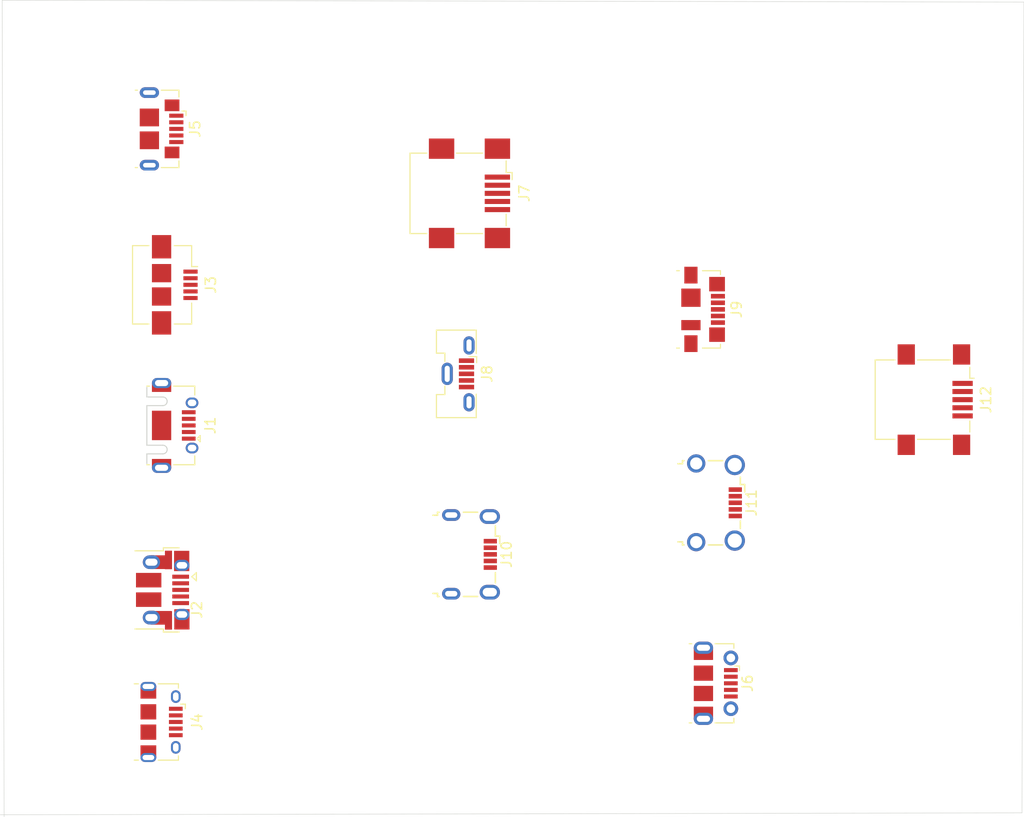
<source format=kicad_pcb>
(kicad_pcb (version 20171130) (host pcbnew 5.1.7-a382d34a8~87~ubuntu20.04.1)

  (general
    (thickness 1.6)
    (drawings 4)
    (tracks 0)
    (zones 0)
    (modules 12)
    (nets 61)
  )

  (page A4)
  (layers
    (0 F.Cu signal)
    (31 B.Cu signal)
    (32 B.Adhes user)
    (33 F.Adhes user)
    (34 B.Paste user)
    (35 F.Paste user)
    (36 B.SilkS user)
    (37 F.SilkS user)
    (38 B.Mask user)
    (39 F.Mask user)
    (40 Dwgs.User user)
    (41 Cmts.User user)
    (42 Eco1.User user)
    (43 Eco2.User user)
    (44 Edge.Cuts user)
    (45 Margin user)
    (46 B.CrtYd user)
    (47 F.CrtYd user)
    (48 B.Fab user)
    (49 F.Fab user)
  )

  (setup
    (last_trace_width 0.25)
    (trace_clearance 0.2)
    (zone_clearance 0.508)
    (zone_45_only no)
    (trace_min 0.2)
    (via_size 0.8)
    (via_drill 0.4)
    (via_min_size 0.4)
    (via_min_drill 0.3)
    (uvia_size 0.3)
    (uvia_drill 0.1)
    (uvias_allowed no)
    (uvia_min_size 0.2)
    (uvia_min_drill 0.1)
    (edge_width 0.05)
    (segment_width 0.2)
    (pcb_text_width 0.3)
    (pcb_text_size 1.5 1.5)
    (mod_edge_width 0.12)
    (mod_text_size 1 1)
    (mod_text_width 0.15)
    (pad_size 1.524 1.524)
    (pad_drill 0.762)
    (pad_to_mask_clearance 0)
    (aux_axis_origin 0 0)
    (visible_elements FFFFFF7F)
    (pcbplotparams
      (layerselection 0x010fc_ffffffff)
      (usegerberextensions false)
      (usegerberattributes true)
      (usegerberadvancedattributes true)
      (creategerberjobfile true)
      (excludeedgelayer true)
      (linewidth 0.100000)
      (plotframeref false)
      (viasonmask false)
      (mode 1)
      (useauxorigin false)
      (hpglpennumber 1)
      (hpglpenspeed 20)
      (hpglpendiameter 15.000000)
      (psnegative false)
      (psa4output false)
      (plotreference true)
      (plotvalue true)
      (plotinvisibletext false)
      (padsonsilk false)
      (subtractmaskfromsilk false)
      (outputformat 1)
      (mirror false)
      (drillshape 1)
      (scaleselection 1)
      (outputdirectory ""))
  )

  (net 0 "")
  (net 1 "Net-(J1-Pad2)")
  (net 2 "Net-(J1-Pad1)")
  (net 3 "Net-(J1-Pad3)")
  (net 4 "Net-(J1-Pad4)")
  (net 5 "Net-(J1-Pad5)")
  (net 6 "Net-(J2-Pad5)")
  (net 7 "Net-(J2-Pad4)")
  (net 8 "Net-(J2-Pad3)")
  (net 9 "Net-(J2-Pad2)")
  (net 10 "Net-(J2-Pad1)")
  (net 11 "Net-(J3-Pad1)")
  (net 12 "Net-(J3-Pad2)")
  (net 13 "Net-(J3-Pad3)")
  (net 14 "Net-(J3-Pad4)")
  (net 15 "Net-(J3-Pad5)")
  (net 16 "Net-(J4-Pad5)")
  (net 17 "Net-(J4-Pad4)")
  (net 18 "Net-(J4-Pad3)")
  (net 19 "Net-(J4-Pad2)")
  (net 20 "Net-(J4-Pad1)")
  (net 21 "Net-(J5-Pad3)")
  (net 22 "Net-(J5-Pad4)")
  (net 23 "Net-(J5-Pad5)")
  (net 24 "Net-(J5-Pad1)")
  (net 25 "Net-(J5-Pad2)")
  (net 26 "Net-(J6-Pad3)")
  (net 27 "Net-(J6-Pad4)")
  (net 28 "Net-(J6-Pad5)")
  (net 29 "Net-(J6-Pad1)")
  (net 30 "Net-(J6-Pad2)")
  (net 31 "Net-(J7-Pad5)")
  (net 32 "Net-(J7-Pad4)")
  (net 33 "Net-(J7-Pad3)")
  (net 34 "Net-(J7-Pad2)")
  (net 35 "Net-(J7-Pad1)")
  (net 36 "Net-(J8-Pad1)")
  (net 37 "Net-(J8-Pad5)")
  (net 38 "Net-(J8-Pad2)")
  (net 39 "Net-(J8-Pad4)")
  (net 40 "Net-(J8-Pad3)")
  (net 41 "Net-(J9-Pad5)")
  (net 42 "Net-(J9-Pad4)")
  (net 43 "Net-(J9-Pad3)")
  (net 44 "Net-(J9-Pad2)")
  (net 45 "Net-(J9-Pad1)")
  (net 46 "Net-(J10-Pad5)")
  (net 47 "Net-(J10-Pad4)")
  (net 48 "Net-(J10-Pad3)")
  (net 49 "Net-(J10-Pad2)")
  (net 50 "Net-(J10-Pad1)")
  (net 51 "Net-(J11-Pad5)")
  (net 52 "Net-(J11-Pad4)")
  (net 53 "Net-(J11-Pad3)")
  (net 54 "Net-(J11-Pad2)")
  (net 55 "Net-(J11-Pad1)")
  (net 56 "Net-(J12-Pad5)")
  (net 57 "Net-(J12-Pad4)")
  (net 58 "Net-(J12-Pad3)")
  (net 59 "Net-(J12-Pad2)")
  (net 60 "Net-(J12-Pad1)")

  (net_class Default "This is the default net class."
    (clearance 0.2)
    (trace_width 0.25)
    (via_dia 0.8)
    (via_drill 0.4)
    (uvia_dia 0.3)
    (uvia_drill 0.1)
    (add_net "Net-(J1-Pad1)")
    (add_net "Net-(J1-Pad2)")
    (add_net "Net-(J1-Pad3)")
    (add_net "Net-(J1-Pad4)")
    (add_net "Net-(J1-Pad5)")
    (add_net "Net-(J10-Pad1)")
    (add_net "Net-(J10-Pad2)")
    (add_net "Net-(J10-Pad3)")
    (add_net "Net-(J10-Pad4)")
    (add_net "Net-(J10-Pad5)")
    (add_net "Net-(J11-Pad1)")
    (add_net "Net-(J11-Pad2)")
    (add_net "Net-(J11-Pad3)")
    (add_net "Net-(J11-Pad4)")
    (add_net "Net-(J11-Pad5)")
    (add_net "Net-(J12-Pad1)")
    (add_net "Net-(J12-Pad2)")
    (add_net "Net-(J12-Pad3)")
    (add_net "Net-(J12-Pad4)")
    (add_net "Net-(J12-Pad5)")
    (add_net "Net-(J2-Pad1)")
    (add_net "Net-(J2-Pad2)")
    (add_net "Net-(J2-Pad3)")
    (add_net "Net-(J2-Pad4)")
    (add_net "Net-(J2-Pad5)")
    (add_net "Net-(J3-Pad1)")
    (add_net "Net-(J3-Pad2)")
    (add_net "Net-(J3-Pad3)")
    (add_net "Net-(J3-Pad4)")
    (add_net "Net-(J3-Pad5)")
    (add_net "Net-(J4-Pad1)")
    (add_net "Net-(J4-Pad2)")
    (add_net "Net-(J4-Pad3)")
    (add_net "Net-(J4-Pad4)")
    (add_net "Net-(J4-Pad5)")
    (add_net "Net-(J5-Pad1)")
    (add_net "Net-(J5-Pad2)")
    (add_net "Net-(J5-Pad3)")
    (add_net "Net-(J5-Pad4)")
    (add_net "Net-(J5-Pad5)")
    (add_net "Net-(J6-Pad1)")
    (add_net "Net-(J6-Pad2)")
    (add_net "Net-(J6-Pad3)")
    (add_net "Net-(J6-Pad4)")
    (add_net "Net-(J6-Pad5)")
    (add_net "Net-(J7-Pad1)")
    (add_net "Net-(J7-Pad2)")
    (add_net "Net-(J7-Pad3)")
    (add_net "Net-(J7-Pad4)")
    (add_net "Net-(J7-Pad5)")
    (add_net "Net-(J8-Pad1)")
    (add_net "Net-(J8-Pad2)")
    (add_net "Net-(J8-Pad3)")
    (add_net "Net-(J8-Pad4)")
    (add_net "Net-(J8-Pad5)")
    (add_net "Net-(J9-Pad1)")
    (add_net "Net-(J9-Pad2)")
    (add_net "Net-(J9-Pad3)")
    (add_net "Net-(J9-Pad4)")
    (add_net "Net-(J9-Pad5)")
  )

  (module Connector_USB:USB_Mini-B_Lumberg_2486_01_Horizontal (layer F.Cu) (tedit 5AC6B535) (tstamp 5F971E39)
    (at 111.76 149.07 270)
    (descr "USB Mini-B 5-pin SMD connector, http://downloads.lumberg.com/datenblaetter/en/2486_01.pdf")
    (tags "USB USB_B USB_Mini connector")
    (path /5F9809C2)
    (attr smd)
    (fp_text reference J12 (at 0 -5 90) (layer F.SilkS)
      (effects (font (size 1 1) (thickness 0.15)))
    )
    (fp_text value USB_B_sunrom (at 0 7.5 90) (layer F.Fab)
      (effects (font (size 1 1) (thickness 0.15)))
    )
    (fp_line (start -4.35 6.35) (end -4.35 4.2) (layer F.CrtYd) (width 0.05))
    (fp_line (start -4.35 4.2) (end -5.95 4.2) (layer F.CrtYd) (width 0.05))
    (fp_line (start -5.95 1.5) (end -5.95 4.2) (layer F.CrtYd) (width 0.05))
    (fp_line (start -4.35 1.5) (end -5.95 1.5) (layer F.CrtYd) (width 0.05))
    (fp_line (start -4.35 -1.25) (end -4.35 1.5) (layer F.CrtYd) (width 0.05))
    (fp_line (start -4.35 -1.25) (end -5.95 -1.25) (layer F.CrtYd) (width 0.05))
    (fp_line (start -5.95 -3.95) (end -5.95 -1.25) (layer F.CrtYd) (width 0.05))
    (fp_line (start -5.95 -3.95) (end -2.35 -3.95) (layer F.CrtYd) (width 0.05))
    (fp_line (start -2.35 -3.95) (end -2.35 -4.2) (layer F.CrtYd) (width 0.05))
    (fp_line (start 5.95 -3.95) (end 5.95 -1.25) (layer F.CrtYd) (width 0.05))
    (fp_line (start 4.35 -1.25) (end 5.95 -1.25) (layer F.CrtYd) (width 0.05))
    (fp_line (start 4.35 -1.25) (end 4.35 1.5) (layer F.CrtYd) (width 0.05))
    (fp_line (start -1.95 -3.35) (end -1.6 -2.85) (layer F.Fab) (width 0.1))
    (fp_line (start 5.95 1.5) (end 5.95 4.2) (layer F.CrtYd) (width 0.05))
    (fp_line (start 5.95 -3.95) (end 2.35 -3.95) (layer F.CrtYd) (width 0.05))
    (fp_line (start -4.35 6.35) (end 4.35 6.35) (layer F.CrtYd) (width 0.05))
    (fp_line (start -3.85 -3.35) (end 3.85 -3.35) (layer F.Fab) (width 0.1))
    (fp_line (start -3.85 -3.35) (end -3.85 5.85) (layer F.Fab) (width 0.1))
    (fp_line (start -3.85 5.85) (end 3.85 5.85) (layer F.Fab) (width 0.1))
    (fp_line (start 3.85 5.85) (end 3.85 -3.35) (layer F.Fab) (width 0.1))
    (fp_line (start -3.91 5.91) (end -3.91 3.96) (layer F.SilkS) (width 0.12))
    (fp_line (start -3.91 1.74) (end -3.91 -1.49) (layer F.SilkS) (width 0.12))
    (fp_line (start -3.19 -3.41) (end -2.11 -3.41) (layer F.SilkS) (width 0.12))
    (fp_line (start 2.11 -3.41) (end 3.19 -3.41) (layer F.SilkS) (width 0.12))
    (fp_line (start 3.91 1.74) (end 3.91 -1.49) (layer F.SilkS) (width 0.12))
    (fp_line (start 3.91 5.91) (end 3.91 3.96) (layer F.SilkS) (width 0.12))
    (fp_line (start -2.11 -3.41) (end -2.11 -3.84) (layer F.SilkS) (width 0.12))
    (fp_line (start -1.6 -2.85) (end -1.25 -3.35) (layer F.Fab) (width 0.1))
    (fp_line (start 3.91 5.91) (end -3.91 5.91) (layer F.SilkS) (width 0.12))
    (fp_line (start 4.35 6.35) (end 4.35 4.2) (layer F.CrtYd) (width 0.05))
    (fp_line (start 4.35 4.2) (end 5.95 4.2) (layer F.CrtYd) (width 0.05))
    (fp_line (start 4.35 1.5) (end 5.95 1.5) (layer F.CrtYd) (width 0.05))
    (fp_line (start 2.35 -3.95) (end 2.35 -4.2) (layer F.CrtYd) (width 0.05))
    (fp_line (start 2.35 -4.2) (end -2.35 -4.2) (layer F.CrtYd) (width 0.05))
    (fp_text user %R (at 0 1.6 270) (layer F.Fab)
      (effects (font (size 1 1) (thickness 0.15)))
    )
    (pad "" np_thru_hole circle (at 2.2 0 270) (size 1 1) (drill 1) (layers *.Cu *.Mask))
    (pad "" np_thru_hole circle (at -2.2 0 270) (size 1 1) (drill 1) (layers *.Cu *.Mask))
    (pad 6 smd rect (at 4.45 2.85 270) (size 2 1.7) (layers F.Cu F.Paste F.Mask))
    (pad 6 smd rect (at 4.45 -2.6 270) (size 2 1.7) (layers F.Cu F.Paste F.Mask))
    (pad 6 smd rect (at -4.45 2.85 270) (size 2 1.7) (layers F.Cu F.Paste F.Mask))
    (pad 6 smd rect (at -4.45 -2.6 270) (size 2 1.7) (layers F.Cu F.Paste F.Mask))
    (pad 5 smd rect (at 1.6 -2.7 270) (size 0.5 2) (layers F.Cu F.Paste F.Mask)
      (net 56 "Net-(J12-Pad5)"))
    (pad 4 smd rect (at 0.8 -2.7 270) (size 0.5 2) (layers F.Cu F.Paste F.Mask)
      (net 57 "Net-(J12-Pad4)"))
    (pad 3 smd rect (at 0 -2.7 270) (size 0.5 2) (layers F.Cu F.Paste F.Mask)
      (net 58 "Net-(J12-Pad3)"))
    (pad 2 smd rect (at -0.8 -2.7 270) (size 0.5 2) (layers F.Cu F.Paste F.Mask)
      (net 59 "Net-(J12-Pad2)"))
    (pad 1 smd rect (at -1.6 -2.7 270) (size 0.5 2) (layers F.Cu F.Paste F.Mask)
      (net 60 "Net-(J12-Pad1)"))
    (model ${KISYS3DMOD}/Connector_USB.3dshapes/USB_Mini-B_Lumberg_2486_01_Horizontal.wrl
      (at (xyz 0 0 0))
      (scale (xyz 1 1 1))
      (rotate (xyz 0 0 0))
    )
  )

  (module Connector_USB:USB_Micro-B_Wuerth_629105150521_CircularHoles (layer F.Cu) (tedit 5A142044) (tstamp 5F971E07)
    (at 90.17 159.23 270)
    (descr "USB Micro-B receptacle, http://www.mouser.com/ds/2/445/629105150521-469306.pdf")
    (tags "usb micro receptacle")
    (path /5F97EC87)
    (attr smd)
    (fp_text reference J11 (at 0 -3.5 90) (layer F.SilkS)
      (effects (font (size 1 1) (thickness 0.15)))
    )
    (fp_text value USB_B_sunrom (at 0 5.6 90) (layer F.Fab)
      (effects (font (size 1 1) (thickness 0.15)))
    )
    (fp_line (start 5.28 -3.34) (end -5.27 -3.34) (layer F.CrtYd) (width 0.05))
    (fp_line (start 5.28 4.85) (end 5.28 -3.34) (layer F.CrtYd) (width 0.05))
    (fp_line (start -5.27 4.85) (end 5.28 4.85) (layer F.CrtYd) (width 0.05))
    (fp_line (start -5.27 -3.34) (end -5.27 4.85) (layer F.CrtYd) (width 0.05))
    (fp_line (start 1.8 -2.4) (end 2.525 -2.4) (layer F.SilkS) (width 0.15))
    (fp_line (start -1.8 -2.4) (end -2.525 -2.4) (layer F.SilkS) (width 0.15))
    (fp_line (start -1.8 -2.825) (end -1.8 -2.4) (layer F.SilkS) (width 0.15))
    (fp_line (start -1.075 -2.825) (end -1.8 -2.825) (layer F.SilkS) (width 0.15))
    (fp_line (start 4.15 0.75) (end 4.15 -0.65) (layer F.SilkS) (width 0.15))
    (fp_line (start 4.15 3.3) (end 4.15 3.15) (layer F.SilkS) (width 0.15))
    (fp_line (start 3.85 3.3) (end 4.15 3.3) (layer F.SilkS) (width 0.15))
    (fp_line (start 3.85 3.75) (end 3.85 3.3) (layer F.SilkS) (width 0.15))
    (fp_line (start -3.85 3.3) (end -3.85 3.75) (layer F.SilkS) (width 0.15))
    (fp_line (start -4.15 3.3) (end -3.85 3.3) (layer F.SilkS) (width 0.15))
    (fp_line (start -4.15 3.15) (end -4.15 3.3) (layer F.SilkS) (width 0.15))
    (fp_line (start -4.15 -0.65) (end -4.15 0.75) (layer F.SilkS) (width 0.15))
    (fp_line (start -1.075 -2.95) (end -1.075 -2.725) (layer F.Fab) (width 0.15))
    (fp_line (start -1.525 -2.95) (end -1.075 -2.95) (layer F.Fab) (width 0.15))
    (fp_line (start -1.525 -2.725) (end -1.525 -2.95) (layer F.Fab) (width 0.15))
    (fp_line (start -1.3 -2.55) (end -1.525 -2.725) (layer F.Fab) (width 0.15))
    (fp_line (start -1.075 -2.725) (end -1.3 -2.55) (layer F.Fab) (width 0.15))
    (fp_line (start -2.7 3.75) (end 2.7 3.75) (layer F.Fab) (width 0.15))
    (fp_line (start 4 -2.25) (end -4 -2.25) (layer F.Fab) (width 0.15))
    (fp_line (start 4 3.15) (end 4 -2.25) (layer F.Fab) (width 0.15))
    (fp_line (start 3.7 3.15) (end 4 3.15) (layer F.Fab) (width 0.15))
    (fp_line (start 3.7 4.35) (end 3.7 3.15) (layer F.Fab) (width 0.15))
    (fp_line (start -3.7 4.35) (end 3.7 4.35) (layer F.Fab) (width 0.15))
    (fp_line (start -3.7 3.15) (end -3.7 4.35) (layer F.Fab) (width 0.15))
    (fp_line (start -4 3.15) (end -3.7 3.15) (layer F.Fab) (width 0.15))
    (fp_line (start -4 -2.25) (end -4 3.15) (layer F.Fab) (width 0.15))
    (fp_text user "PCB Edge" (at 0 3.75 90) (layer Dwgs.User)
      (effects (font (size 0.5 0.5) (thickness 0.08)))
    )
    (fp_text user %R (at 0 1.05 90) (layer F.Fab)
      (effects (font (size 1 1) (thickness 0.15)))
    )
    (pad "" np_thru_hole circle (at 2.5 -0.8 270) (size 0.8 0.8) (drill 0.8) (layers *.Cu *.Mask))
    (pad "" np_thru_hole circle (at -2.5 -0.8 270) (size 0.8 0.8) (drill 0.8) (layers *.Cu *.Mask))
    (pad 6 thru_hole circle (at 3.875 1.95 270) (size 1.8 1.8) (drill 1.2) (layers *.Cu *.Mask))
    (pad 6 thru_hole circle (at -3.875 1.95 270) (size 1.8 1.8) (drill 1.2) (layers *.Cu *.Mask))
    (pad 6 thru_hole circle (at 3.725 -1.85 270) (size 2 2) (drill 1.4) (layers *.Cu *.Mask))
    (pad 6 thru_hole circle (at -3.725 -1.85 270) (size 2 2) (drill 1.4) (layers *.Cu *.Mask))
    (pad 5 smd rect (at 1.3 -1.9 270) (size 0.45 1.3) (layers F.Cu F.Paste F.Mask)
      (net 51 "Net-(J11-Pad5)"))
    (pad 4 smd rect (at 0.65 -1.9 270) (size 0.45 1.3) (layers F.Cu F.Paste F.Mask)
      (net 52 "Net-(J11-Pad4)"))
    (pad 3 smd rect (at 0 -1.9 270) (size 0.45 1.3) (layers F.Cu F.Paste F.Mask)
      (net 53 "Net-(J11-Pad3)"))
    (pad 2 smd rect (at -0.65 -1.9 270) (size 0.45 1.3) (layers F.Cu F.Paste F.Mask)
      (net 54 "Net-(J11-Pad2)"))
    (pad 1 smd rect (at -1.3 -1.9 270) (size 0.45 1.3) (layers F.Cu F.Paste F.Mask)
      (net 55 "Net-(J11-Pad1)"))
    (model ${KISYS3DMOD}/Connector_USB.3dshapes/USB_Micro-B_Wuerth_629105150521_CircularHoles.wrl
      (at (xyz 0 0 0))
      (scale (xyz 1 1 1))
      (rotate (xyz 0 0 0))
    )
  )

  (module Connector_USB:USB_Micro-B_Wuerth_629105150521 (layer F.Cu) (tedit 5A142044) (tstamp 5F971DD8)
    (at 66.04 164.31 270)
    (descr "USB Micro-B receptacle, http://www.mouser.com/ds/2/445/629105150521-469306.pdf")
    (tags "usb micro receptacle")
    (path /5F97DDEA)
    (attr smd)
    (fp_text reference J10 (at 0 -3.5 90) (layer F.SilkS)
      (effects (font (size 1 1) (thickness 0.15)))
    )
    (fp_text value USB_B_sunrom (at 0 5.6 90) (layer F.Fab)
      (effects (font (size 1 1) (thickness 0.15)))
    )
    (fp_line (start 4.95 -3.34) (end -4.94 -3.34) (layer F.CrtYd) (width 0.05))
    (fp_line (start 4.95 4.85) (end 4.95 -3.34) (layer F.CrtYd) (width 0.05))
    (fp_line (start -4.94 4.85) (end 4.95 4.85) (layer F.CrtYd) (width 0.05))
    (fp_line (start -4.94 -3.34) (end -4.94 4.85) (layer F.CrtYd) (width 0.05))
    (fp_line (start 1.8 -2.4) (end 2.8 -2.4) (layer F.SilkS) (width 0.15))
    (fp_line (start -1.8 -2.4) (end -2.8 -2.4) (layer F.SilkS) (width 0.15))
    (fp_line (start -1.8 -2.825) (end -1.8 -2.4) (layer F.SilkS) (width 0.15))
    (fp_line (start -1.075 -2.825) (end -1.8 -2.825) (layer F.SilkS) (width 0.15))
    (fp_line (start 4.15 0.75) (end 4.15 -0.65) (layer F.SilkS) (width 0.15))
    (fp_line (start 4.15 3.3) (end 4.15 3.15) (layer F.SilkS) (width 0.15))
    (fp_line (start 3.85 3.3) (end 4.15 3.3) (layer F.SilkS) (width 0.15))
    (fp_line (start 3.85 3.75) (end 3.85 3.3) (layer F.SilkS) (width 0.15))
    (fp_line (start -3.85 3.3) (end -3.85 3.75) (layer F.SilkS) (width 0.15))
    (fp_line (start -4.15 3.3) (end -3.85 3.3) (layer F.SilkS) (width 0.15))
    (fp_line (start -4.15 3.15) (end -4.15 3.3) (layer F.SilkS) (width 0.15))
    (fp_line (start -4.15 -0.65) (end -4.15 0.75) (layer F.SilkS) (width 0.15))
    (fp_line (start -1.075 -2.95) (end -1.075 -2.725) (layer F.Fab) (width 0.15))
    (fp_line (start -1.525 -2.95) (end -1.075 -2.95) (layer F.Fab) (width 0.15))
    (fp_line (start -1.525 -2.725) (end -1.525 -2.95) (layer F.Fab) (width 0.15))
    (fp_line (start -1.3 -2.55) (end -1.525 -2.725) (layer F.Fab) (width 0.15))
    (fp_line (start -1.075 -2.725) (end -1.3 -2.55) (layer F.Fab) (width 0.15))
    (fp_line (start -2.7 3.75) (end 2.7 3.75) (layer F.Fab) (width 0.15))
    (fp_line (start 4 -2.25) (end -4 -2.25) (layer F.Fab) (width 0.15))
    (fp_line (start 4 3.15) (end 4 -2.25) (layer F.Fab) (width 0.15))
    (fp_line (start 3.7 3.15) (end 4 3.15) (layer F.Fab) (width 0.15))
    (fp_line (start 3.7 4.35) (end 3.7 3.15) (layer F.Fab) (width 0.15))
    (fp_line (start -3.7 4.35) (end 3.7 4.35) (layer F.Fab) (width 0.15))
    (fp_line (start -3.7 3.15) (end -3.7 4.35) (layer F.Fab) (width 0.15))
    (fp_line (start -4 3.15) (end -3.7 3.15) (layer F.Fab) (width 0.15))
    (fp_line (start -4 -2.25) (end -4 3.15) (layer F.Fab) (width 0.15))
    (fp_text user "PCB Edge" (at 0 3.75 90) (layer Dwgs.User)
      (effects (font (size 0.5 0.5) (thickness 0.08)))
    )
    (fp_text user %R (at 0 1.05 90) (layer F.Fab)
      (effects (font (size 1 1) (thickness 0.15)))
    )
    (pad "" np_thru_hole oval (at 2.5 -0.8 270) (size 0.8 0.8) (drill 0.8) (layers *.Cu *.Mask))
    (pad "" np_thru_hole oval (at -2.5 -0.8 270) (size 0.8 0.8) (drill 0.8) (layers *.Cu *.Mask))
    (pad 6 thru_hole oval (at 3.875 1.95 270) (size 1.15 1.8) (drill oval 0.55 1.2) (layers *.Cu *.Mask))
    (pad 6 thru_hole oval (at -3.875 1.95 270) (size 1.15 1.8) (drill oval 0.55 1.2) (layers *.Cu *.Mask))
    (pad 6 thru_hole oval (at 3.725 -1.85 270) (size 1.45 2) (drill oval 0.85 1.4) (layers *.Cu *.Mask))
    (pad 6 thru_hole oval (at -3.725 -1.85 270) (size 1.45 2) (drill oval 0.85 1.4) (layers *.Cu *.Mask))
    (pad 5 smd rect (at 1.3 -1.9 270) (size 0.45 1.3) (layers F.Cu F.Paste F.Mask)
      (net 46 "Net-(J10-Pad5)"))
    (pad 4 smd rect (at 0.65 -1.9 270) (size 0.45 1.3) (layers F.Cu F.Paste F.Mask)
      (net 47 "Net-(J10-Pad4)"))
    (pad 3 smd rect (at 0 -1.9 270) (size 0.45 1.3) (layers F.Cu F.Paste F.Mask)
      (net 48 "Net-(J10-Pad3)"))
    (pad 2 smd rect (at -0.65 -1.9 270) (size 0.45 1.3) (layers F.Cu F.Paste F.Mask)
      (net 49 "Net-(J10-Pad2)"))
    (pad 1 smd rect (at -1.3 -1.9 270) (size 0.45 1.3) (layers F.Cu F.Paste F.Mask)
      (net 50 "Net-(J10-Pad1)"))
    (model ${KISYS3DMOD}/Connector_USB.3dshapes/USB_Micro-B_Wuerth_629105150521.wrl
      (at (xyz 0 0 0))
      (scale (xyz 1 1 1))
      (rotate (xyz 0 0 0))
    )
  )

  (module Connector_USB:USB_Micro-B_Molex_47346-0001 (layer F.Cu) (tedit 5D8620A7) (tstamp 5F971DA9)
    (at 88.9 140.18 270)
    (descr "Micro USB B receptable with flange, bottom-mount, SMD, right-angle (http://www.molex.com/pdm_docs/sd/473460001_sd.pdf)")
    (tags "Micro B USB SMD")
    (path /5F979096)
    (attr smd)
    (fp_text reference J9 (at 0 -3.3 270) (layer F.SilkS)
      (effects (font (size 1 1) (thickness 0.15)))
    )
    (fp_text value USB_B_sunrom (at 0 4.6 270) (layer F.Fab)
      (effects (font (size 1 1) (thickness 0.15)))
    )
    (fp_line (start 3.81 -1.71) (end 3.43 -1.71) (layer F.SilkS) (width 0.12))
    (fp_line (start 4.7 3.85) (end -4.7 3.85) (layer F.CrtYd) (width 0.05))
    (fp_line (start 4.7 -2.65) (end 4.7 3.85) (layer F.CrtYd) (width 0.05))
    (fp_line (start -4.7 -2.65) (end 4.7 -2.65) (layer F.CrtYd) (width 0.05))
    (fp_line (start -4.7 3.85) (end -4.7 -2.65) (layer F.CrtYd) (width 0.05))
    (fp_line (start 3.75 3.35) (end -3.75 3.35) (layer F.Fab) (width 0.1))
    (fp_line (start 3.75 -1.65) (end 3.75 3.35) (layer F.Fab) (width 0.1))
    (fp_line (start -3.75 -1.65) (end 3.75 -1.65) (layer F.Fab) (width 0.1))
    (fp_line (start -3.75 3.35) (end -3.75 -1.65) (layer F.Fab) (width 0.1))
    (fp_line (start 3.81 2.34) (end 3.81 2.6) (layer F.SilkS) (width 0.12))
    (fp_line (start 3.81 -1.71) (end 3.81 0.06) (layer F.SilkS) (width 0.12))
    (fp_line (start -3.81 -1.71) (end -3.43 -1.71) (layer F.SilkS) (width 0.12))
    (fp_line (start -3.81 0.06) (end -3.81 -1.71) (layer F.SilkS) (width 0.12))
    (fp_line (start -3.81 2.6) (end -3.81 2.34) (layer F.SilkS) (width 0.12))
    (fp_line (start -3.25 2.65) (end 3.25 2.65) (layer F.Fab) (width 0.1))
    (fp_text user "PCB Edge" (at 0 2.67 270) (layer Dwgs.User)
      (effects (font (size 0.4 0.4) (thickness 0.04)))
    )
    (fp_text user %R (at 0 1.2 90) (layer F.Fab)
      (effects (font (size 1 1) (thickness 0.15)))
    )
    (pad 1 smd rect (at -1.3 -1.46 270) (size 0.45 1.38) (layers F.Cu F.Paste F.Mask)
      (net 45 "Net-(J9-Pad1)"))
    (pad 2 smd rect (at -0.65 -1.46 270) (size 0.45 1.38) (layers F.Cu F.Paste F.Mask)
      (net 44 "Net-(J9-Pad2)"))
    (pad 3 smd rect (at 0 -1.46 270) (size 0.45 1.38) (layers F.Cu F.Paste F.Mask)
      (net 43 "Net-(J9-Pad3)"))
    (pad 4 smd rect (at 0.65 -1.46 270) (size 0.45 1.38) (layers F.Cu F.Paste F.Mask)
      (net 42 "Net-(J9-Pad4)"))
    (pad 5 smd rect (at 1.3 -1.46 270) (size 0.45 1.38) (layers F.Cu F.Paste F.Mask)
      (net 41 "Net-(J9-Pad5)"))
    (pad 6 smd rect (at -2.4875 -1.375 270) (size 1.425 1.55) (layers F.Cu F.Paste F.Mask))
    (pad 6 smd rect (at 2.4875 -1.375 270) (size 1.425 1.55) (layers F.Cu F.Paste F.Mask))
    (pad 6 smd rect (at -3.375 1.2 270) (size 1.65 1.3) (layers F.Cu F.Paste F.Mask))
    (pad 6 smd rect (at 3.375 1.2 270) (size 1.65 1.3) (layers F.Cu F.Paste F.Mask))
    (pad 6 smd rect (at -1.15 1.2 270) (size 1.8 1.9) (layers F.Cu F.Paste F.Mask))
    (pad 6 smd rect (at 1.55 1.2 270) (size 1 1.9) (layers F.Cu F.Paste F.Mask))
    (model ${KISYS3DMOD}/Connector_USB.3dshapes/USB_Micro-B_Molex_47346-0001.wrl
      (at (xyz 0 0 0))
      (scale (xyz 1 1 1))
      (rotate (xyz 0 0 0))
    )
  )

  (module Connector_USB:USB_Micro-B_Molex-105133-0031 (layer F.Cu) (tedit 5C192CA7) (tstamp 5F971D89)
    (at 64.77 146.53 270)
    (descr "Molex Vertical Micro USB Typ-B (http://www.molex.com/pdm_docs/sd/1051330031_sd.pdf)")
    (tags "Micro-USB SMD Typ-B Vertical")
    (path /5F977A93)
    (attr smd)
    (fp_text reference J8 (at 0 -2.85 90) (layer F.SilkS)
      (effects (font (size 1 1) (thickness 0.15)))
    )
    (fp_text value USB_B_sunrom (at 0 3.35 90) (layer F.Fab)
      (effects (font (size 1 1) (thickness 0.15)))
    )
    (fp_line (start 2.04 1.305) (end 1.21 1.305) (layer F.SilkS) (width 0.12))
    (fp_line (start -2.04 1.305) (end -1.21 1.305) (layer F.SilkS) (width 0.12))
    (fp_line (start -2.04 1.305) (end -2.04 2.135) (layer F.SilkS) (width 0.12))
    (fp_line (start 2.04 1.305) (end 2.04 2.135) (layer F.SilkS) (width 0.12))
    (fp_line (start -3.43 -1.225) (end -3.43 -1.725) (layer F.Fab) (width 0.1))
    (fp_line (start 3.43 -1.725) (end 3.43 -1.225) (layer F.Fab) (width 0.1))
    (fp_line (start 3.43 -1.225) (end -1.075 -1.225) (layer F.Fab) (width 0.1))
    (fp_line (start -1.525 -1.225) (end -3.43 -1.225) (layer F.Fab) (width 0.1))
    (fp_line (start -4.25 2.075) (end -2.1 2.075) (layer F.Fab) (width 0.1))
    (fp_line (start 2.1 1.245) (end 2.1 2.075) (layer F.Fab) (width 0.1))
    (fp_line (start -2.1 1.245) (end 2.1 1.245) (layer F.Fab) (width 0.1))
    (fp_line (start -2.1 2.075) (end -2.1 1.245) (layer F.Fab) (width 0.1))
    (fp_line (start -3.43 -1.725) (end -4.25 -1.725) (layer F.Fab) (width 0.1))
    (fp_line (start -1.3 -1) (end -1.075 -1.225) (layer F.Fab) (width 0.1))
    (fp_line (start -1.525 -1.225) (end -1.3 -1) (layer F.Fab) (width 0.1))
    (fp_line (start 4.81 2.64) (end 4.81 -2.29) (layer F.CrtYd) (width 0.05))
    (fp_line (start -4.81 2.64) (end 4.81 2.64) (layer F.CrtYd) (width 0.05))
    (fp_line (start -4.81 -2.29) (end 4.81 -2.29) (layer F.CrtYd) (width 0.05))
    (fp_line (start -4.81 2.64) (end -4.81 -2.29) (layer F.CrtYd) (width 0.05))
    (fp_line (start 2 -1.785) (end 4.31 -1.785) (layer F.SilkS) (width 0.12))
    (fp_line (start 4.31 2.135) (end 2.04 2.135) (layer F.SilkS) (width 0.12))
    (fp_line (start -4.31 -1.785) (end -4.31 2.135) (layer F.SilkS) (width 0.12))
    (fp_line (start -4.31 2.135) (end -2.04 2.135) (layer F.SilkS) (width 0.12))
    (fp_line (start 4.31 -1.785) (end 4.31 2.135) (layer F.SilkS) (width 0.12))
    (fp_line (start -2 -1.785) (end -4.31 -1.785) (layer F.SilkS) (width 0.12))
    (fp_line (start -1.7 -1.825) (end -1.1 -1.825) (layer F.SilkS) (width 0.12))
    (fp_line (start -1.7 -1.075) (end -1.7 -1.825) (layer F.SilkS) (width 0.12))
    (fp_line (start 4.25 -1.725) (end 3.43 -1.725) (layer F.Fab) (width 0.1))
    (fp_line (start 2.1 2.075) (end 4.25 2.075) (layer F.Fab) (width 0.1))
    (fp_line (start 4.25 2.075) (end 4.25 -1.725) (layer F.Fab) (width 0.1))
    (fp_line (start -4.25 -1.725) (end -4.25 2.075) (layer F.Fab) (width 0.1))
    (fp_text user %R (at 0 -0.375 90) (layer F.Fab)
      (effects (font (size 1 1) (thickness 0.15)))
    )
    (pad 6 thru_hole oval (at 0 1.075 270) (size 2.2 1.1) (drill oval 1.6 0.5) (layers *.Cu *.Mask))
    (pad 6 thru_hole oval (at 2.8 -1.075 270) (size 1.8 1.1) (drill oval 1.2 0.5) (layers *.Cu *.Mask))
    (pad 6 thru_hole oval (at -2.8 -1.075 270) (size 1.8 1.1) (drill oval 1.2 0.5) (layers *.Cu *.Mask))
    (pad 1 smd rect (at -1.3 -0.825 270) (size 0.45 1.5) (layers F.Cu F.Paste F.Mask)
      (net 36 "Net-(J8-Pad1)"))
    (pad 5 smd rect (at 1.3 -0.825 270) (size 0.45 1.5) (layers F.Cu F.Paste F.Mask)
      (net 37 "Net-(J8-Pad5)"))
    (pad 2 smd rect (at -0.65 -0.825 270) (size 0.45 1.5) (layers F.Cu F.Paste F.Mask)
      (net 38 "Net-(J8-Pad2)"))
    (pad 4 smd rect (at 0.65 -0.825 270) (size 0.45 1.5) (layers F.Cu F.Paste F.Mask)
      (net 39 "Net-(J8-Pad4)"))
    (pad 3 smd rect (at 0 -0.825 270) (size 0.45 1.5) (layers F.Cu F.Paste F.Mask)
      (net 40 "Net-(J8-Pad3)"))
    (model ${KISYS3DMOD}/Connector_USB.3dshapes/USB_Micro-B_Molex-105133-0031.wrl
      (at (xyz 0 0 0))
      (scale (xyz 1 1 1))
      (rotate (xyz 0 0 0))
    )
  )

  (module Connector_USB:USB_Mini-B_Wuerth_65100516121_Horizontal (layer F.Cu) (tedit 5D90ED94) (tstamp 5F971D5D)
    (at 66.04 128.75 270)
    (descr "Mini USB 2.0 Type B SMT Horizontal 5 Contacts (https://katalog.we-online.de/em/datasheet/65100516121.pdf)")
    (tags "Mini USB 2.0 Type B")
    (path /5F9762D5)
    (attr smd)
    (fp_text reference J7 (at 0 -5.25 90) (layer F.SilkS)
      (effects (font (size 1 1) (thickness 0.15)))
    )
    (fp_text value USB_B_sunrom (at 0 7.35 90) (layer F.Fab)
      (effects (font (size 1 1) (thickness 0.15)))
    )
    (fp_line (start -5.89 4.65) (end -5.9 1.15) (layer F.CrtYd) (width 0.05))
    (fp_line (start -4.35 -0.85) (end -5.9 -0.85) (layer F.CrtYd) (width 0.05))
    (fp_line (start -5.9 1.15) (end -4.35 1.15) (layer F.CrtYd) (width 0.05))
    (fp_line (start -4.35 4.65) (end -5.89 4.65) (layer F.CrtYd) (width 0.05))
    (fp_line (start 5.9 1.15) (end 5.9 4.65) (layer F.CrtYd) (width 0.05))
    (fp_line (start 5.9 -0.85) (end 4.35 -0.85) (layer F.CrtYd) (width 0.05))
    (fp_line (start 4.35 1.15) (end 5.9 1.15) (layer F.CrtYd) (width 0.05))
    (fp_line (start 5.9 4.65) (end 4.35 4.65) (layer F.CrtYd) (width 0.05))
    (fp_line (start 4.35 -0.85) (end 4.35 1.15) (layer F.CrtYd) (width 0.05))
    (fp_line (start -4.35 1.15) (end -4.35 -0.85) (layer F.CrtYd) (width 0.05))
    (fp_line (start 4.35 4.65) (end 4.35 6.4) (layer F.CrtYd) (width 0.05))
    (fp_line (start -4.35 6.4) (end -4.35 4.65) (layer F.CrtYd) (width 0.05))
    (fp_line (start -1.3 -3.35) (end 3.85 -3.35) (layer F.Fab) (width 0.1))
    (fp_line (start -1.6 -2.85) (end -1.3 -3.35) (layer F.Fab) (width 0.1))
    (fp_line (start -1.9 -3.35) (end -1.6 -2.85) (layer F.Fab) (width 0.1))
    (fp_line (start 4.35 6.4) (end -4.35 6.4) (layer F.CrtYd) (width 0.05))
    (fp_line (start 5.9 -4.35) (end 5.9 -0.85) (layer F.CrtYd) (width 0.05))
    (fp_line (start -5.9 -4.35) (end 5.9 -4.35) (layer F.CrtYd) (width 0.05))
    (fp_line (start -5.9 -0.85) (end -5.9 -4.35) (layer F.CrtYd) (width 0.05))
    (fp_line (start 3.96 6.01) (end 3.96 4.35) (layer F.SilkS) (width 0.12))
    (fp_line (start -3.96 6.01) (end 3.96 6.01) (layer F.SilkS) (width 0.12))
    (fp_line (start -3.96 4.35) (end -3.96 6.01) (layer F.SilkS) (width 0.12))
    (fp_line (start 2.05 -3.46) (end 3.2 -3.46) (layer F.SilkS) (width 0.12))
    (fp_line (start -2.05 -4.05) (end -1.35 -4.05) (layer F.SilkS) (width 0.12))
    (fp_line (start -2.05 -3.46) (end -2.05 -4.05) (layer F.SilkS) (width 0.12))
    (fp_line (start -3.2 -3.46) (end -2.05 -3.46) (layer F.SilkS) (width 0.12))
    (fp_line (start 3.96 -1.15) (end 3.96 1.45) (layer F.SilkS) (width 0.12))
    (fp_line (start -3.96 1.45) (end -3.96 -1.15) (layer F.SilkS) (width 0.12))
    (fp_line (start -3.85 5.9) (end -3.85 -3.35) (layer F.Fab) (width 0.1))
    (fp_line (start 3.85 5.9) (end -3.85 5.9) (layer F.Fab) (width 0.1))
    (fp_line (start 3.85 -3.35) (end 3.85 5.9) (layer F.Fab) (width 0.1))
    (fp_line (start -3.85 -3.35) (end -1.9 -3.35) (layer F.Fab) (width 0.1))
    (fp_text user %R (at 0 0 90) (layer F.Fab)
      (effects (font (size 1 1) (thickness 0.15)))
    )
    (pad "" np_thru_hole circle (at 2.2 0 270) (size 0.9 0.9) (drill 0.9) (layers *.Cu *.Mask))
    (pad "" np_thru_hole circle (at -2.2 0 270) (size 0.9 0.9) (drill 0.9) (layers *.Cu *.Mask))
    (pad 5 smd rect (at 1.6 -2.6 270) (size 0.5 2.5) (layers F.Cu F.Paste F.Mask)
      (net 31 "Net-(J7-Pad5)"))
    (pad 4 smd rect (at 0.8 -2.6 270) (size 0.5 2.5) (layers F.Cu F.Paste F.Mask)
      (net 32 "Net-(J7-Pad4)"))
    (pad 3 smd rect (at 0 -2.6 270) (size 0.5 2.5) (layers F.Cu F.Paste F.Mask)
      (net 33 "Net-(J7-Pad3)"))
    (pad 2 smd rect (at -0.8 -2.6 270) (size 0.5 2.5) (layers F.Cu F.Paste F.Mask)
      (net 34 "Net-(J7-Pad2)"))
    (pad 1 smd rect (at -1.6 -2.6 270) (size 0.5 2.5) (layers F.Cu F.Paste F.Mask)
      (net 35 "Net-(J7-Pad1)"))
    (pad 6 smd rect (at 4.4 -2.6 270) (size 2 2.5) (layers F.Cu F.Paste F.Mask))
    (pad 6 smd rect (at -4.4 -2.6 270) (size 2 2.5) (layers F.Cu F.Paste F.Mask))
    (pad 6 smd rect (at 4.4 2.9 270) (size 2 2.5) (layers F.Cu F.Paste F.Mask))
    (pad 6 smd rect (at -4.4 2.9 270) (size 2 2.5) (layers F.Cu F.Paste F.Mask))
    (model ${KISYS3DMOD}/Connector_USB.3dshapes/USB_Mini-B_Wuerth_65100516121_Horizontal.wrl
      (at (xyz 0 0 0))
      (scale (xyz 1 1 1))
      (rotate (xyz 0 0 0))
    )
  )

  (module Connector_USB:USB_Micro-B_Molex-105017-0001 (layer F.Cu) (tedit 5A1DC0BE) (tstamp 5F971D2D)
    (at 90.17 177.01 270)
    (descr http://www.molex.com/pdm_docs/sd/1050170001_sd.pdf)
    (tags "Micro-USB SMD Typ-B")
    (path /5F9759A5)
    (attr smd)
    (fp_text reference J6 (at 0 -3.1125 90) (layer F.SilkS)
      (effects (font (size 1 1) (thickness 0.15)))
    )
    (fp_text value USB_B_sunrom (at 0.3 4.3375 90) (layer F.Fab)
      (effects (font (size 1 1) (thickness 0.15)))
    )
    (fp_line (start -1.1 -2.1225) (end -1.1 -1.9125) (layer F.Fab) (width 0.1))
    (fp_line (start -1.5 -2.1225) (end -1.5 -1.9125) (layer F.Fab) (width 0.1))
    (fp_line (start -1.5 -2.1225) (end -1.1 -2.1225) (layer F.Fab) (width 0.1))
    (fp_line (start -1.1 -1.9125) (end -1.3 -1.7125) (layer F.Fab) (width 0.1))
    (fp_line (start -1.3 -1.7125) (end -1.5 -1.9125) (layer F.Fab) (width 0.1))
    (fp_line (start -1.7 -2.3125) (end -1.7 -1.8625) (layer F.SilkS) (width 0.12))
    (fp_line (start -1.7 -2.3125) (end -1.25 -2.3125) (layer F.SilkS) (width 0.12))
    (fp_line (start 3.9 -1.7625) (end 3.45 -1.7625) (layer F.SilkS) (width 0.12))
    (fp_line (start 3.9 0.0875) (end 3.9 -1.7625) (layer F.SilkS) (width 0.12))
    (fp_line (start -3.9 2.6375) (end -3.9 2.3875) (layer F.SilkS) (width 0.12))
    (fp_line (start -3.75 3.3875) (end -3.75 -1.6125) (layer F.Fab) (width 0.1))
    (fp_line (start -3.75 -1.6125) (end 3.75 -1.6125) (layer F.Fab) (width 0.1))
    (fp_line (start -3.75 3.389204) (end 3.75 3.389204) (layer F.Fab) (width 0.1))
    (fp_line (start -3 2.689204) (end 3 2.689204) (layer F.Fab) (width 0.1))
    (fp_line (start 3.75 3.3875) (end 3.75 -1.6125) (layer F.Fab) (width 0.1))
    (fp_line (start 3.9 2.6375) (end 3.9 2.3875) (layer F.SilkS) (width 0.12))
    (fp_line (start -3.9 0.0875) (end -3.9 -1.7625) (layer F.SilkS) (width 0.12))
    (fp_line (start -3.9 -1.7625) (end -3.45 -1.7625) (layer F.SilkS) (width 0.12))
    (fp_line (start -4.4 3.64) (end -4.4 -2.46) (layer F.CrtYd) (width 0.05))
    (fp_line (start -4.4 -2.46) (end 4.4 -2.46) (layer F.CrtYd) (width 0.05))
    (fp_line (start 4.4 -2.46) (end 4.4 3.64) (layer F.CrtYd) (width 0.05))
    (fp_line (start -4.4 3.64) (end 4.4 3.64) (layer F.CrtYd) (width 0.05))
    (fp_text user %R (at 0 0.8875 90) (layer F.Fab)
      (effects (font (size 1 1) (thickness 0.15)))
    )
    (fp_text user "PCB Edge" (at 0 2.6875 90) (layer Dwgs.User)
      (effects (font (size 0.5 0.5) (thickness 0.08)))
    )
    (pad 6 smd rect (at -2.9 1.2375 270) (size 1.2 1.9) (layers F.Cu F.Mask))
    (pad 6 smd rect (at 2.9 1.2375 270) (size 1.2 1.9) (layers F.Cu F.Mask))
    (pad 6 thru_hole oval (at 3.5 1.2375 270) (size 1.2 1.9) (drill oval 0.6 1.3) (layers *.Cu *.Mask))
    (pad 6 thru_hole oval (at -3.5 1.2375 90) (size 1.2 1.9) (drill oval 0.6 1.3) (layers *.Cu *.Mask))
    (pad 6 smd rect (at -1 1.2375 270) (size 1.5 1.9) (layers F.Cu F.Paste F.Mask))
    (pad 6 thru_hole circle (at 2.5 -1.4625 270) (size 1.45 1.45) (drill 0.85) (layers *.Cu *.Mask))
    (pad 3 smd rect (at 0 -1.4625 270) (size 0.4 1.35) (layers F.Cu F.Paste F.Mask)
      (net 26 "Net-(J6-Pad3)"))
    (pad 4 smd rect (at 0.65 -1.4625 270) (size 0.4 1.35) (layers F.Cu F.Paste F.Mask)
      (net 27 "Net-(J6-Pad4)"))
    (pad 5 smd rect (at 1.3 -1.4625 270) (size 0.4 1.35) (layers F.Cu F.Paste F.Mask)
      (net 28 "Net-(J6-Pad5)"))
    (pad 1 smd rect (at -1.3 -1.4625 270) (size 0.4 1.35) (layers F.Cu F.Paste F.Mask)
      (net 29 "Net-(J6-Pad1)"))
    (pad 2 smd rect (at -0.65 -1.4625 270) (size 0.4 1.35) (layers F.Cu F.Paste F.Mask)
      (net 30 "Net-(J6-Pad2)"))
    (pad 6 thru_hole circle (at -2.5 -1.4625 270) (size 1.45 1.45) (drill 0.85) (layers *.Cu *.Mask))
    (pad 6 smd rect (at 1 1.2375 270) (size 1.5 1.9) (layers F.Cu F.Paste F.Mask))
    (model ${KISYS3DMOD}/Connector_USB.3dshapes/USB_Micro-B_Molex-105017-0001.wrl
      (at (xyz 0 0 0))
      (scale (xyz 1 1 1))
      (rotate (xyz 0 0 0))
    )
  )

  (module Connector_USB:USB_Micro-B_GCT_USB3076-30-A (layer F.Cu) (tedit 5A170D03) (tstamp 5F971D04)
    (at 35.56 122.4 270)
    (descr "GCT Micro USB https://gct.co/files/drawings/usb3076.pdf")
    (tags "Micro-USB SMD Typ-B GCT")
    (path /5F9773EC)
    (attr smd)
    (fp_text reference J5 (at 0 -3.3 90) (layer F.SilkS)
      (effects (font (size 1 1) (thickness 0.15)))
    )
    (fp_text value USB_B_sunrom (at 0 5.2 90) (layer F.Fab)
      (effects (font (size 1 1) (thickness 0.15)))
    )
    (fp_line (start -1.1 -2.16) (end -1.1 -1.95) (layer F.Fab) (width 0.1))
    (fp_line (start -1.5 -2.16) (end -1.5 -1.95) (layer F.Fab) (width 0.1))
    (fp_line (start -1.5 -2.16) (end -1.1 -2.16) (layer F.Fab) (width 0.1))
    (fp_line (start -1.1 -1.95) (end -1.3 -1.75) (layer F.Fab) (width 0.1))
    (fp_line (start -1.3 -1.75) (end -1.5 -1.95) (layer F.Fab) (width 0.1))
    (fp_line (start -1.76 -2.41) (end -1.76 -2.02) (layer F.SilkS) (width 0.12))
    (fp_line (start -1.76 -2.41) (end -1.31 -2.41) (layer F.SilkS) (width 0.12))
    (fp_line (start 3.81 -1.71) (end 3.16 -1.71) (layer F.SilkS) (width 0.12))
    (fp_line (start 3.81 0.02) (end 3.81 -1.71) (layer F.SilkS) (width 0.12))
    (fp_line (start -3.81 2.59) (end -3.81 2.38) (layer F.SilkS) (width 0.12))
    (fp_line (start -3.7 3.95) (end -3.7 -1.6) (layer F.Fab) (width 0.1))
    (fp_line (start -3.7 -1.6) (end 3.7 -1.6) (layer F.Fab) (width 0.1))
    (fp_line (start -3.7 3.95) (end 3.7 3.95) (layer F.Fab) (width 0.1))
    (fp_line (start -3 2.65) (end 3 2.65) (layer F.Fab) (width 0.1))
    (fp_line (start 3.7 3.95) (end 3.7 -1.6) (layer F.Fab) (width 0.1))
    (fp_line (start 3.81 2.59) (end 3.81 2.38) (layer F.SilkS) (width 0.12))
    (fp_line (start -3.81 0.02) (end -3.81 -1.71) (layer F.SilkS) (width 0.12))
    (fp_line (start -3.81 -1.71) (end -3.15 -1.71) (layer F.SilkS) (width 0.12))
    (fp_line (start -4.6 4.45) (end -4.6 -2.65) (layer F.CrtYd) (width 0.05))
    (fp_line (start -4.6 -2.65) (end 4.6 -2.65) (layer F.CrtYd) (width 0.05))
    (fp_line (start 4.6 -2.65) (end 4.6 4.45) (layer F.CrtYd) (width 0.05))
    (fp_line (start -4.6 4.45) (end 4.6 4.45) (layer F.CrtYd) (width 0.05))
    (fp_text user %R (at 0 0.85 90) (layer F.Fab)
      (effects (font (size 1 1) (thickness 0.15)))
    )
    (fp_text user "PCB Edge" (at 0 2.65 90) (layer Dwgs.User)
      (effects (font (size 0.5 0.5) (thickness 0.08)))
    )
    (pad 6 smd rect (at -2.32 -1.03 270) (size 1.15 1.45) (layers F.Cu F.Paste F.Mask))
    (pad 6 smd rect (at 2.32 -1.03 270) (size 1.15 1.45) (layers F.Cu F.Paste F.Mask))
    (pad 6 thru_hole oval (at 3.575 1.2 270) (size 1.05 1.9) (drill oval 0.45 1.25) (layers *.Cu *.Mask))
    (pad 6 thru_hole oval (at -3.575 1.2 90) (size 1.05 1.9) (drill oval 0.45 1.25) (layers *.Cu *.Mask))
    (pad 6 smd rect (at -1.125 1.2 270) (size 1.75 1.9) (layers F.Cu F.Paste F.Mask))
    (pad 3 smd rect (at 0 -1.45 270) (size 0.4 1.4) (layers F.Cu F.Paste F.Mask)
      (net 21 "Net-(J5-Pad3)"))
    (pad 4 smd rect (at 0.65 -1.45 270) (size 0.4 1.4) (layers F.Cu F.Paste F.Mask)
      (net 22 "Net-(J5-Pad4)"))
    (pad 5 smd rect (at 1.3 -1.45 270) (size 0.4 1.4) (layers F.Cu F.Paste F.Mask)
      (net 23 "Net-(J5-Pad5)"))
    (pad 1 smd rect (at -1.3 -1.45 270) (size 0.4 1.4) (layers F.Cu F.Paste F.Mask)
      (net 24 "Net-(J5-Pad1)"))
    (pad 2 smd rect (at -0.65 -1.45 270) (size 0.4 1.4) (layers F.Cu F.Paste F.Mask)
      (net 25 "Net-(J5-Pad2)"))
    (pad 6 smd rect (at 1.125 1.2 270) (size 1.75 1.9) (layers F.Cu F.Paste F.Mask))
    (model ${KISYS3DMOD}/Connector_USB.3dshapes/USB_Micro-B_GCT_USB3076-30-A.wrl
      (at (xyz 0 0 0))
      (scale (xyz 1 1 1))
      (rotate (xyz 0 0 0))
    )
  )

  (module Connector_USB:USB_Micro-B_Amphenol_10118194_Horizontal (layer F.Cu) (tedit 5F2142B6) (tstamp 5F971CDD)
    (at 35.56 180.82 270)
    (descr "USB Micro-B receptacle, horizontal, SMD, 10118194, https://cdn.amphenol-icc.com/media/wysiwyg/files/drawing/10118194.pdf")
    (tags "USB Micro B horizontal SMD")
    (path /5F9708D0)
    (attr smd)
    (fp_text reference J4 (at 0 -3.5 90) (layer F.SilkS)
      (effects (font (size 1 1) (thickness 0.15)))
    )
    (fp_text value USB_B_sunrom (at 0 4.75 90) (layer F.Fab)
      (effects (font (size 1 1) (thickness 0.15)))
    )
    (fp_line (start -2.65 -1.55) (end 3.65 -1.55) (layer F.Fab) (width 0.1))
    (fp_line (start 3.65 -1.55) (end 3.65 3.45) (layer F.Fab) (width 0.1))
    (fp_line (start 3.65 3.45) (end -3.65 3.45) (layer F.Fab) (width 0.1))
    (fp_line (start -3.65 3.45) (end -3.65 -0.55) (layer F.Fab) (width 0.1))
    (fp_line (start 3.76 0.32) (end 3.76 -1.66) (layer F.SilkS) (width 0.12))
    (fp_line (start 3.76 -1.66) (end 3.34 -1.66) (layer F.SilkS) (width 0.12))
    (fp_line (start 3.76 2.29) (end 3.76 2.69) (layer F.SilkS) (width 0.12))
    (fp_line (start -3.76 2.69) (end -3.76 2.29) (layer F.SilkS) (width 0.12))
    (fp_line (start -3.76 0.32) (end -3.76 -1.66) (layer F.SilkS) (width 0.12))
    (fp_line (start -3.76 -1.66) (end -3.34 -1.66) (layer F.SilkS) (width 0.12))
    (fp_line (start 3 2.75) (end -3 2.75) (layer Dwgs.User) (width 0.1))
    (fp_line (start -4.45 3.95) (end 4.45 3.95) (layer F.CrtYd) (width 0.05))
    (fp_line (start -4.45 -2.58) (end 4.45 -2.58) (layer F.CrtYd) (width 0.05))
    (fp_line (start -4.45 -2.58) (end -4.45 3.95) (layer F.CrtYd) (width 0.05))
    (fp_line (start 4.45 -2.58) (end 4.45 3.95) (layer F.CrtYd) (width 0.05))
    (fp_line (start -1.31 -2.34) (end -1.76 -2.34) (layer F.SilkS) (width 0.12))
    (fp_line (start -1.76 -1.89) (end -1.76 -2.34) (layer F.SilkS) (width 0.12))
    (fp_line (start -3.65 -0.55) (end -2.65 -1.55) (layer F.Fab) (width 0.1))
    (fp_text user "PCB Edge" (at 0 2.75 90) (layer Dwgs.User)
      (effects (font (size 0.5 0.5) (thickness 0.08)))
    )
    (fp_text user %R (at 0 -0.05 90) (layer F.Fab)
      (effects (font (size 1 1) (thickness 0.15)))
    )
    (pad "" smd oval (at 2.5 -1.4 270) (size 1.25 0.95) (layers F.Paste))
    (pad "" smd oval (at -2.5 -1.4 270) (size 1.25 0.95) (layers F.Paste))
    (pad 6 thru_hole oval (at 3.5 1.3 270) (size 0.89 1.55) (drill oval 0.5 1.15) (layers *.Cu *.Mask))
    (pad 6 thru_hole oval (at -3.5 1.3 270) (size 0.89 1.55) (drill oval 0.5 1.15) (layers *.Cu *.Mask))
    (pad 6 smd rect (at 2.9 1.3 270) (size 1.2 1.55) (layers F.Cu F.Paste F.Mask))
    (pad 6 smd rect (at -2.9 1.3 270) (size 1.2 1.55) (layers F.Cu F.Paste F.Mask))
    (pad "" smd oval (at 3.5 1.3 270) (size 0.89 1.55) (layers F.Paste))
    (pad 6 smd rect (at 1 1.3 270) (size 1.5 1.55) (layers F.Cu F.Paste F.Mask))
    (pad 6 smd rect (at -1 1.3 270) (size 1.5 1.55) (layers F.Cu F.Paste F.Mask))
    (pad 6 thru_hole oval (at 2.5 -1.4 270) (size 1.25 0.95) (drill oval 0.85 0.55) (layers *.Cu *.Mask))
    (pad "" smd oval (at -3.5 1.3 270) (size 0.89 1.55) (layers F.Paste))
    (pad 6 thru_hole oval (at -2.5 -1.4 270) (size 1.25 0.95) (drill oval 0.85 0.55) (layers *.Cu *.Mask))
    (pad 5 smd rect (at 1.3 -1.4 270) (size 0.4 1.35) (layers F.Cu F.Paste F.Mask)
      (net 16 "Net-(J4-Pad5)"))
    (pad 4 smd rect (at 0.65 -1.4 270) (size 0.4 1.35) (layers F.Cu F.Paste F.Mask)
      (net 17 "Net-(J4-Pad4)"))
    (pad 3 smd rect (at 0 -1.4 270) (size 0.4 1.35) (layers F.Cu F.Paste F.Mask)
      (net 18 "Net-(J4-Pad3)"))
    (pad 2 smd rect (at -0.65 -1.4 270) (size 0.4 1.35) (layers F.Cu F.Paste F.Mask)
      (net 19 "Net-(J4-Pad2)"))
    (pad 1 smd rect (at -1.3 -1.4 270) (size 0.4 1.35) (layers F.Cu F.Paste F.Mask)
      (net 20 "Net-(J4-Pad1)"))
    (model ${KISYS3DMOD}/Connector_USB.3dshapes/USB_Micro-B_Amphenol_10118194_Horizontal.wrl
      (at (xyz 0 0 0))
      (scale (xyz 1 1 1))
      (rotate (xyz 0 0 0))
    )
  )

  (module Connector_USB:USB_Micro-B_Amphenol_10104110_Horizontal (layer F.Cu) (tedit 5E5842A1) (tstamp 5F971CB4)
    (at 36.86 137.76 270)
    (descr "USB Micro-B, horizontal, https://cdn.amphenol-icc.com/media/wysiwyg/files/drawing/10104110.pdf")
    (tags "USB Micro B horizontal")
    (path /5F9717CA)
    (attr smd)
    (fp_text reference J3 (at 0 -3.55 90) (layer F.SilkS)
      (effects (font (size 1 1) (thickness 0.15)))
    )
    (fp_text value USB_B_sunrom (at 0 5.35 90) (layer F.Fab)
      (effects (font (size 1 1) (thickness 0.15)))
    )
    (fp_line (start 5.4 -2.75) (end -5.4 -2.75) (layer F.CrtYd) (width 0.05))
    (fp_line (start 5.4 4.55) (end 5.4 -2.75) (layer F.CrtYd) (width 0.05))
    (fp_line (start -5.4 4.55) (end 5.4 4.55) (layer F.CrtYd) (width 0.05))
    (fp_line (start -5.4 -2.75) (end -5.4 4.55) (layer F.CrtYd) (width 0.05))
    (fp_line (start -1.8 -1.66) (end -1.8 -2.25) (layer F.SilkS) (width 0.12))
    (fp_line (start 3.86 4.16) (end 3.86 2.55) (layer F.SilkS) (width 0.12))
    (fp_line (start -3.86 4.16) (end 3.86 4.16) (layer F.SilkS) (width 0.12))
    (fp_line (start -2.6 2.75) (end 2.6 2.75) (layer F.Fab) (width 0.1))
    (fp_line (start -3.75 -1.55) (end 3.75 -1.55) (layer F.Fab) (width 0.1))
    (fp_line (start 3.75 -1.55) (end 3.75 4.05) (layer F.Fab) (width 0.1))
    (fp_line (start 3.75 4.05) (end -3.75 4.05) (layer F.Fab) (width 0.1))
    (fp_line (start -3.75 4.05) (end -3.75 -1.55) (layer F.Fab) (width 0.1))
    (fp_line (start -1.7 -2.25) (end -1.3 -1.85) (layer F.Fab) (width 0.1))
    (fp_line (start -0.9 -2.25) (end -1.7 -2.25) (layer F.Fab) (width 0.1))
    (fp_line (start -1.3 -1.85) (end -0.9 -2.25) (layer F.Fab) (width 0.1))
    (fp_line (start -3.86 0.05) (end -3.86 -1.66) (layer F.SilkS) (width 0.12))
    (fp_line (start -3.86 -1.66) (end -1.8 -1.66) (layer F.SilkS) (width 0.12))
    (fp_line (start 3.86 0.05) (end 3.86 -1.66) (layer F.SilkS) (width 0.12))
    (fp_line (start 3.86 -1.66) (end 1.8 -1.66) (layer F.SilkS) (width 0.12))
    (fp_line (start -3.86 4.16) (end -3.86 2.55) (layer F.SilkS) (width 0.12))
    (fp_text user "PCB edge" (at 0 2.75 90) (layer Dwgs.User)
      (effects (font (size 0.5 0.5) (thickness 0.08)))
    )
    (fp_text user %R (at 0 -0.2 90) (layer F.Fab)
      (effects (font (size 1 1) (thickness 0.15)))
    )
    (pad 1 smd rect (at -1.3 -1.55 270) (size 0.4 1.4) (layers F.Cu F.Paste F.Mask)
      (net 11 "Net-(J3-Pad1)"))
    (pad 2 smd rect (at -0.65 -1.55 270) (size 0.4 1.4) (layers F.Cu F.Paste F.Mask)
      (net 12 "Net-(J3-Pad2)"))
    (pad 3 smd rect (at 0 -1.55 270) (size 0.4 1.4) (layers F.Cu F.Paste F.Mask)
      (net 13 "Net-(J3-Pad3)"))
    (pad 4 smd rect (at 0.65 -1.55 270) (size 0.4 1.4) (layers F.Cu F.Paste F.Mask)
      (net 14 "Net-(J3-Pad4)"))
    (pad 5 smd rect (at 1.3 -1.55 270) (size 0.4 1.4) (layers F.Cu F.Paste F.Mask)
      (net 15 "Net-(J3-Pad5)"))
    (pad 6 smd rect (at -3.75 1.3 270) (size 2.3 1.9) (layers F.Cu F.Paste F.Mask))
    (pad 6 smd rect (at 3.75 1.3 270) (size 2.3 1.9) (layers F.Cu F.Paste F.Mask))
    (pad 6 smd rect (at -1.15 1.3 270) (size 1.8 1.9) (layers F.Cu F.Paste F.Mask))
    (pad 6 smd rect (at 1.15 1.3 270) (size 1.8 1.9) (layers F.Cu F.Paste F.Mask))
    (model ${KISYS3DMOD}/Connector_USB.3dshapes/USB_Micro-B_Amphenol_10104110_Horizontal.wrl
      (at (xyz 0 0 0))
      (scale (xyz 1 1 1))
      (rotate (xyz 0 0 0))
    )
  )

  (module Connector_USB:USB_Micro-B_Amphenol_10103594-0001LF_Horizontal locked (layer F.Cu) (tedit 5A1DC0BD) (tstamp 5F971C91)
    (at 35.675 167.835 270)
    (descr "Micro USB Type B 10103594-0001LF, http://cdn.amphenol-icc.com/media/wysiwyg/files/drawing/10103594.pdf")
    (tags "USB USB_B USB_micro USB_OTG")
    (path /5F971F58)
    (attr smd)
    (fp_text reference J2 (at 1.925 -3.365 90) (layer F.SilkS)
      (effects (font (size 1 1) (thickness 0.15)))
    )
    (fp_text value USB_B_sunrom (at -0.025 4.435 90) (layer F.Fab)
      (effects (font (size 1 1) (thickness 0.15)))
    )
    (fp_line (start 4.14 3.58) (end -4.13 3.58) (layer F.CrtYd) (width 0.05))
    (fp_line (start 4.14 3.58) (end 4.14 -2.88) (layer F.CrtYd) (width 0.05))
    (fp_line (start -4.13 -2.88) (end -4.13 3.58) (layer F.CrtYd) (width 0.05))
    (fp_line (start -4.13 -2.88) (end 4.14 -2.88) (layer F.CrtYd) (width 0.05))
    (fp_line (start -4.025 2.835) (end 3.975 2.835) (layer Dwgs.User) (width 0.1))
    (fp_line (start -3.775 3.335) (end -3.775 -0.865) (layer F.Fab) (width 0.12))
    (fp_line (start -2.975 -1.615) (end 3.725 -1.615) (layer F.Fab) (width 0.12))
    (fp_line (start 3.725 -1.615) (end 3.725 3.335) (layer F.Fab) (width 0.12))
    (fp_line (start 3.725 3.335) (end -3.775 3.335) (layer F.Fab) (width 0.12))
    (fp_line (start -3.775 -0.865) (end -2.975 -1.615) (layer F.Fab) (width 0.12))
    (fp_line (start -1.325 -2.865) (end -1.725 -3.315) (layer F.SilkS) (width 0.12))
    (fp_line (start -1.725 -3.315) (end -0.925 -3.315) (layer F.SilkS) (width 0.12))
    (fp_line (start -0.925 -3.315) (end -1.325 -2.865) (layer F.SilkS) (width 0.12))
    (fp_line (start 3.825 2.735) (end 3.825 -0.065) (layer F.SilkS) (width 0.12))
    (fp_line (start 3.825 -0.065) (end 4.125 -0.065) (layer F.SilkS) (width 0.12))
    (fp_line (start 4.125 -0.065) (end 4.125 -1.615) (layer F.SilkS) (width 0.12))
    (fp_line (start -3.875 2.735) (end -3.875 -0.065) (layer F.SilkS) (width 0.12))
    (fp_line (start -4.175 -0.065) (end -3.875 -0.065) (layer F.SilkS) (width 0.12))
    (fp_line (start -4.175 -0.065) (end -4.175 -1.615) (layer F.SilkS) (width 0.12))
    (fp_text user %R (at -0.025 -0.015 90) (layer F.Fab)
      (effects (font (size 1 1) (thickness 0.15)))
    )
    (fp_text user "PCB edge" (at -0.025 2.235 90) (layer Dwgs.User)
      (effects (font (size 0.5 0.5) (thickness 0.075)))
    )
    (pad 6 smd rect (at 0.935 1.385) (size 2.5 1.43) (layers F.Cu F.Paste F.Mask))
    (pad 6 smd rect (at -0.985 1.385) (size 2.5 1.43) (layers F.Cu F.Paste F.Mask))
    (pad 6 thru_hole oval (at 2.705 1.115) (size 1.7 1.35) (drill oval 1.2 0.7) (layers *.Cu *.Mask))
    (pad 6 thru_hole oval (at -2.755 1.115) (size 1.7 1.35) (drill oval 1.2 0.7) (layers *.Cu *.Mask))
    (pad 6 thru_hole oval (at 2.395 -1.885) (size 1.5 1.1) (drill oval 1.05 0.65) (layers *.Cu *.Mask))
    (pad 6 thru_hole oval (at -2.445 -1.885) (size 1.5 1.1) (drill oval 1.05 0.65) (layers *.Cu *.Mask))
    (pad 5 smd rect (at 1.275 -1.765) (size 1.65 0.4) (layers F.Cu F.Paste F.Mask)
      (net 6 "Net-(J2-Pad5)"))
    (pad 4 smd rect (at 0.625 -1.765) (size 1.65 0.4) (layers F.Cu F.Paste F.Mask)
      (net 7 "Net-(J2-Pad4)"))
    (pad 3 smd rect (at -0.025 -1.765) (size 1.65 0.4) (layers F.Cu F.Paste F.Mask)
      (net 8 "Net-(J2-Pad3)"))
    (pad 2 smd rect (at -0.675 -1.765) (size 1.65 0.4) (layers F.Cu F.Paste F.Mask)
      (net 9 "Net-(J2-Pad2)"))
    (pad 1 smd rect (at -1.325 -1.765) (size 1.65 0.4) (layers F.Cu F.Paste F.Mask)
      (net 10 "Net-(J2-Pad1)"))
    (pad 6 smd rect (at 2.875 -1.885 270) (size 2 1.5) (layers F.Cu F.Paste F.Mask))
    (pad 6 smd rect (at -2.875 -1.865 270) (size 2 1.5) (layers F.Cu F.Paste F.Mask))
    (pad 6 smd rect (at 2.975 -0.565 270) (size 1.825 0.7) (layers F.Cu F.Paste F.Mask))
    (pad 6 smd rect (at -2.975 -0.565 270) (size 1.825 0.7) (layers F.Cu F.Paste F.Mask))
    (pad 6 smd rect (at -2.755 0.185 270) (size 1.35 2) (layers F.Cu F.Paste F.Mask))
    (pad 6 smd rect (at 2.725 0.185 270) (size 1.35 2) (layers F.Cu F.Paste F.Mask))
    (model ${KISYS3DMOD}/Connector_USB.3dshapes/USB_Micro-B_Amphenol_10103594-0001LF_Horizontal.wrl
      (at (xyz 0 0 0))
      (scale (xyz 1 1 1))
      (rotate (xyz 0 0 0))
    )
  )

  (module Connector_USB:USB_Micro-AB_Molex_47590-0001 (layer F.Cu) (tedit 5DAEB89E) (tstamp 5F971C67)
    (at 35.56 151.61 270)
    (descr "Micro USB AB receptable, right-angle inverted (https://www.molex.com/pdm_docs/sd/475900001_sd.pdf)")
    (tags "Micro AB USB SMD")
    (path /5F97269A)
    (attr smd)
    (fp_text reference J1 (at 0 -4.8 270) (layer F.SilkS)
      (effects (font (size 1 1) (thickness 0.15)))
    )
    (fp_text value USB_B_sunrom (at 0 3.5 90) (layer F.Fab)
      (effects (font (size 1 1) (thickness 0.15)))
    )
    (fp_line (start -3.75 1.45) (end 3.75 1.45) (layer F.Fab) (width 0.1))
    (fp_line (start -3.87 1.2) (end -3.87 1.45) (layer F.SilkS) (width 0.12))
    (fp_line (start 3.87 1.2) (end 3.87 1.45) (layer F.SilkS) (width 0.12))
    (fp_line (start 3 -3.27) (end 3.87 -3.27) (layer F.SilkS) (width 0.12))
    (fp_line (start -3.87 -3.27) (end -3.87 -1.2) (layer F.SilkS) (width 0.12))
    (fp_line (start 3.87 -3.27) (end 3.87 -1.2) (layer F.SilkS) (width 0.12))
    (fp_line (start -3.75 2.15) (end 3.75 2.15) (layer F.Fab) (width 0.1))
    (fp_line (start -3.75 -3.15) (end -3.75 1.45) (layer F.Fab) (width 0.1))
    (fp_line (start -3.75 1.45) (end -2.8 1.45) (layer Edge.Cuts) (width 0.1))
    (fp_line (start -2.8 -0.125) (end -2.8 1.45) (layer Edge.Cuts) (width 0.1))
    (fp_line (start -1.95 -0.125) (end -1.95 1.45) (layer Edge.Cuts) (width 0.1))
    (fp_line (start -1.95 1.45) (end 1.95 1.45) (layer Edge.Cuts) (width 0.1))
    (fp_line (start 1.95 -0.125) (end 1.95 1.45) (layer Edge.Cuts) (width 0.1))
    (fp_line (start 2.8 -0.125) (end 2.8 1.45) (layer Edge.Cuts) (width 0.1))
    (fp_line (start 2.8 1.45) (end 3.75 1.45) (layer Edge.Cuts) (width 0.1))
    (fp_line (start 3.75 -3.15) (end 3.75 1.45) (layer F.Fab) (width 0.1))
    (fp_line (start -3.75 -3.15) (end 3.75 -3.15) (layer F.Fab) (width 0.1))
    (fp_line (start -5.18 -4.13) (end 5.18 -4.13) (layer F.CrtYd) (width 0.05))
    (fp_line (start 5.18 -4.13) (end 5.18 2.65) (layer F.CrtYd) (width 0.05))
    (fp_line (start -5.18 -4.13) (end -5.18 2.65) (layer F.CrtYd) (width 0.05))
    (fp_line (start -5.18 2.65) (end 5.18 2.65) (layer F.CrtYd) (width 0.05))
    (fp_line (start -3.87 -3.27) (end -3 -3.27) (layer F.SilkS) (width 0.12))
    (fp_line (start 1.3 -3.5) (end 1 -3.8) (layer F.SilkS) (width 0.12))
    (fp_line (start 1.3 -3.5) (end 1.6 -3.8) (layer F.SilkS) (width 0.12))
    (fp_line (start 1 -3.8) (end 1.6 -3.8) (layer F.SilkS) (width 0.12))
    (fp_text user "PCB Edge" (at 0 1.45 90) (layer Dwgs.User)
      (effects (font (size 0.4 0.4) (thickness 0.04)))
    )
    (fp_text user %R (at 0 -1.5 90) (layer F.Fab)
      (effects (font (size 1 1) (thickness 0.15)))
    )
    (fp_arc (start -2.375 -0.125) (end -2.8 -0.125) (angle 180) (layer Edge.Cuts) (width 0.1))
    (fp_arc (start 2.375 -0.125) (end 1.95 -0.125) (angle 180) (layer Edge.Cuts) (width 0.1))
    (pad "" smd rect (at -3.5 0 270) (size 0.3 0.85) (layers F.Paste))
    (pad "" smd rect (at 3.5 0 270) (size 0.3 0.85) (layers F.Paste))
    (pad 6 smd rect (at -3.7375 0 270) (size 0.875 1.9) (layers F.Cu F.Mask))
    (pad 6 smd rect (at 3.7375 0 270) (size 0.875 1.9) (layers F.Cu F.Mask))
    (pad 6 smd rect (at 0 0 270) (size 2.9 1.9) (layers F.Cu F.Paste F.Mask))
    (pad 2 smd rect (at 0.65 -2.675 270) (size 0.4 1.35) (layers F.Cu F.Paste F.Mask)
      (net 1 "Net-(J1-Pad2)"))
    (pad 6 thru_hole oval (at 4.175 0 270) (size 1 1.9) (drill oval 0.6 1.3) (layers *.Cu *.Mask))
    (pad 6 thru_hole oval (at -4.175 0 270) (size 1 1.9) (drill oval 0.6 1.3) (layers *.Cu *.Mask))
    (pad 6 thru_hole oval (at 2.225 -3 270) (size 1.05 1.25) (drill oval 0.65 0.85) (layers *.Cu *.Mask))
    (pad 1 smd rect (at 1.3 -2.675 270) (size 0.4 1.35) (layers F.Cu F.Paste F.Mask)
      (net 2 "Net-(J1-Pad1)"))
    (pad 3 smd rect (at 0 -2.675 270) (size 0.4 1.35) (layers F.Cu F.Paste F.Mask)
      (net 3 "Net-(J1-Pad3)"))
    (pad 4 smd rect (at -0.65 -2.675 270) (size 0.4 1.35) (layers F.Cu F.Paste F.Mask)
      (net 4 "Net-(J1-Pad4)"))
    (pad 5 smd rect (at -1.3 -2.675 270) (size 0.4 1.35) (layers F.Cu F.Paste F.Mask)
      (net 5 "Net-(J1-Pad5)"))
    (pad 6 thru_hole oval (at -2.225 -3 270) (size 1.05 1.25) (drill oval 0.65 0.85) (layers *.Cu *.Mask))
    (model ${KISYS3DMOD}/Connector_USB.3dshapes/USB_Micro-AB_Molex_47590-0001.wrl
      (at (xyz 0 0 0))
      (scale (xyz 1 1 1))
      (rotate (xyz 0 0 0))
    )
  )

  (gr_line (start 120.31 189.77) (end 19.67 189.96) (layer Edge.Cuts) (width 0.05))
  (gr_line (start 120.5 109.91) (end 120.31 189.77) (layer Edge.Cuts) (width 0.05))
  (gr_line (start 19.86 109.73) (end 120.5 109.91) (layer Edge.Cuts) (width 0.05))
  (gr_line (start 20.05 190.16) (end 19.86 109.73) (layer Edge.Cuts) (width 0.05))

)

</source>
